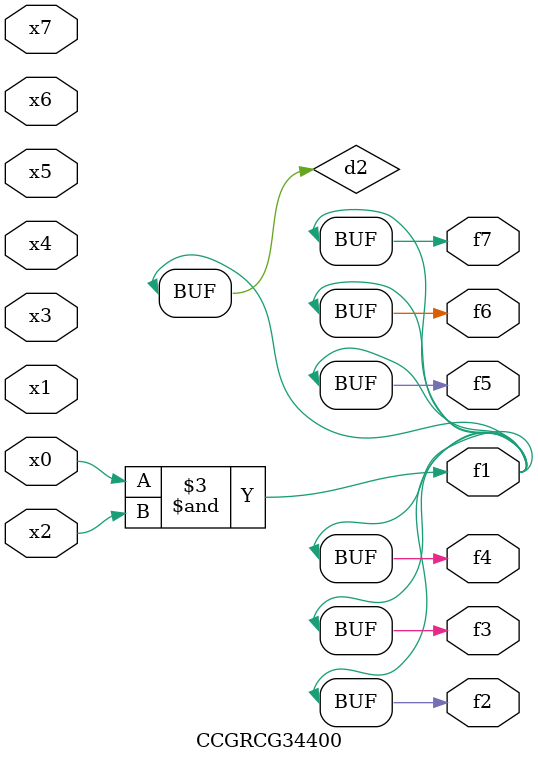
<source format=v>
module CCGRCG34400(
	input x0, x1, x2, x3, x4, x5, x6, x7,
	output f1, f2, f3, f4, f5, f6, f7
);

	wire d1, d2;

	nor (d1, x3, x6);
	and (d2, x0, x2);
	assign f1 = d2;
	assign f2 = d2;
	assign f3 = d2;
	assign f4 = d2;
	assign f5 = d2;
	assign f6 = d2;
	assign f7 = d2;
endmodule

</source>
